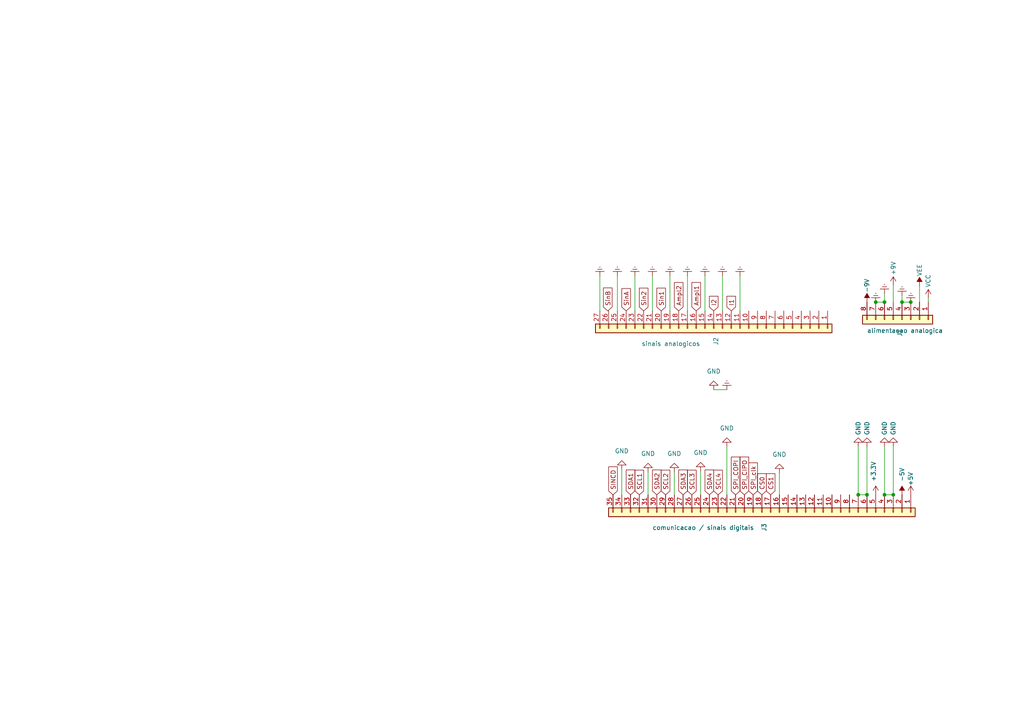
<source format=kicad_sch>
(kicad_sch (version 20230121) (generator eeschema)
  (paper "A4")
  (title_block (title "Fonte de tensao LM675") (date "2023-08-14") (rev "v02") (company "EITduino") (comment 1 "Autor: Gustavo Pinheiro") (comment 2 "Barramento proposto para uma placa 90x100 mm") (comment 3 "Placa face simples") (comment 4 "Pinos AGND e DGND") (comment 5 "capacitor 100nF ceramico") (comment 6 "capacitores uF tantalo"))
  (lib_symbols
    (symbol "Connector_Generic:Conn_01x08" (pin_names (offset 1.016) hide)
      (property "Reference" "J" (at 0 10.16 0))
      (property "Value" "Conn_01x08" (at 0 -12.7 0))
      (symbol "Conn_01x08_1_1"
        (rectangle (start -1.27 -10.033) (end 0 -10.287) (stroke (width 0.1524)))
        (rectangle (start -1.27 -7.493) (end 0 -7.747) (stroke (width 0.1524)))
        (rectangle (start -1.27 -4.953) (end 0 -5.207) (stroke (width 0.1524)))
        (rectangle (start -1.27 -2.413) (end 0 -2.667) (stroke (width 0.1524)))
        (rectangle (start -1.27 0.127) (end 0 -0.127) (stroke (width 0.1524)))
        (rectangle (start -1.27 2.667) (end 0 2.413) (stroke (width 0.1524)))
        (rectangle (start -1.27 5.207) (end 0 4.953) (stroke (width 0.1524)))
        (rectangle (start -1.27 7.747) (end 0 7.493) (stroke (width 0.1524)))
        (rectangle (start -1.27 8.89) (end 1.27 -11.43) (stroke (width 0.254)) (fill (type background)))
        (pin passive line (at -5.08 7.62 0) (length 3.81) (name "Pin_1") (number "1"))
        (pin passive line (at -5.08 5.08 0) (length 3.81) (name "Pin_2") (number "2"))
        (pin passive line (at -5.08 2.54 0) (length 3.81) (name "Pin_3") (number "3"))
        (pin passive line (at -5.08 0 0) (length 3.81) (name "Pin_4") (number "4"))
        (pin passive line (at -5.08 -2.54 0) (length 3.81) (name "Pin_5") (number "5"))
        (pin passive line (at -5.08 -5.08 0) (length 3.81) (name "Pin_6") (number "6"))
        (pin passive line (at -5.08 -7.62 0) (length 3.81) (name "Pin_7") (number "7"))
        (pin passive line (at -5.08 -10.16 0) (length 3.81) (name "Pin_8") (number "8"))
      )
    )
    (symbol "Connector_Generic:Conn_01x27" (pin_names (offset 1.016) hide)
      (property "Reference" "J" (at 0 35.56 0))
      (property "Value" "Conn_01x27" (at 0 -35.56 0))
      (symbol "Conn_01x27_1_1"
        (rectangle (start -1.27 -32.893) (end 0 -33.147) (stroke (width 0.1524)))
        (rectangle (start -1.27 -30.353) (end 0 -30.607) (stroke (width 0.1524)))
        (rectangle (start -1.27 -27.813) (end 0 -28.067) (stroke (width 0.1524)))
        (rectangle (start -1.27 -25.273) (end 0 -25.527) (stroke (width 0.1524)))
        (rectangle (start -1.27 -22.733) (end 0 -22.987) (stroke (width 0.1524)))
        (rectangle (start -1.27 -20.193) (end 0 -20.447) (stroke (width 0.1524)))
        (rectangle (start -1.27 -17.653) (end 0 -17.907) (stroke (width 0.1524)))
        (rectangle (start -1.27 -15.113) (end 0 -15.367) (stroke (width 0.1524)))
        (rectangle (start -1.27 -12.573) (end 0 -12.827) (stroke (width 0.1524)))
        (rectangle (start -1.27 -10.033) (end 0 -10.287) (stroke (width 0.1524)))
        (rectangle (start -1.27 -7.493) (end 0 -7.747) (stroke (width 0.1524)))
        (rectangle (start -1.27 -4.953) (end 0 -5.207) (stroke (width 0.1524)))
        (rectangle (start -1.27 -2.413) (end 0 -2.667) (stroke (width 0.1524)))
        (rectangle (start -1.27 0.127) (end 0 -0.127) (stroke (width 0.1524)))
        (rectangle (start -1.27 2.667) (end 0 2.413) (stroke (width 0.1524)))
        (rectangle (start -1.27 5.207) (end 0 4.953) (stroke (width 0.1524)))
        (rectangle (start -1.27 7.747) (end 0 7.493) (stroke (width 0.1524)))
        (rectangle (start -1.27 10.287) (end 0 10.033) (stroke (width 0.1524)))
        (rectangle (start -1.27 12.827) (end 0 12.573) (stroke (width 0.1524)))
        (rectangle (start -1.27 15.367) (end 0 15.113) (stroke (width 0.1524)))
        (rectangle (start -1.27 17.907) (end 0 17.653) (stroke (width 0.1524)))
        (rectangle (start -1.27 20.447) (end 0 20.193) (stroke (width 0.1524)))
        (rectangle (start -1.27 22.987) (end 0 22.733) (stroke (width 0.1524)))
        (rectangle (start -1.27 25.527) (end 0 25.273) (stroke (width 0.1524)))
        (rectangle (start -1.27 28.067) (end 0 27.813) (stroke (width 0.1524)))
        (rectangle (start -1.27 30.607) (end 0 30.353) (stroke (width 0.1524)))
        (rectangle (start -1.27 33.147) (end 0 32.893) (stroke (width 0.1524)))
        (rectangle (start -1.27 34.29) (end 1.27 -34.29) (stroke (width 0.254)) (fill (type background)))
        (pin passive line (at -5.08 33.02 0) (length 3.81) (name "Pin_1") (number "1"))
        (pin passive line (at -5.08 10.16 0) (length 3.81) (name "Pin_10") (number "10"))
        (pin passive line (at -5.08 7.62 0) (length 3.81) (name "Pin_11") (number "11"))
        (pin passive line (at -5.08 5.08 0) (length 3.81) (name "Pin_12") (number "12"))
        (pin passive line (at -5.08 2.54 0) (length 3.81) (name "Pin_13") (number "13"))
        (pin passive line (at -5.08 0 0) (length 3.81) (name "Pin_14") (number "14"))
        (pin passive line (at -5.08 -2.54 0) (length 3.81) (name "Pin_15") (number "15"))
        (pin passive line (at -5.08 -5.08 0) (length 3.81) (name "Pin_16") (number "16"))
        (pin passive line (at -5.08 -7.62 0) (length 3.81) (name "Pin_17") (number "17"))
        (pin passive line (at -5.08 -10.16 0) (length 3.81) (name "Pin_18") (number "18"))
        (pin passive line (at -5.08 -12.7 0) (length 3.81) (name "Pin_19") (number "19"))
        (pin passive line (at -5.08 30.48 0) (length 3.81) (name "Pin_2") (number "2"))
        (pin passive line (at -5.08 -15.24 0) (length 3.81) (name "Pin_20") (number "20"))
        (pin passive line (at -5.08 -17.78 0) (length 3.81) (name "Pin_21") (number "21"))
        (pin passive line (at -5.08 -20.32 0) (length 3.81) (name "Pin_22") (number "22"))
        (pin passive line (at -5.08 -22.86 0) (length 3.81) (name "Pin_23") (number "23"))
        (pin passive line (at -5.08 -25.4 0) (length 3.81) (name "Pin_24") (number "24"))
        (pin passive line (at -5.08 -27.94 0) (length 3.81) (name "Pin_25") (number "25"))
        (pin passive line (at -5.08 -30.48 0) (length 3.81) (name "Pin_26") (number "26"))
        (pin passive line (at -5.08 -33.02 0) (length 3.81) (name "Pin_27") (number "27"))
        (pin passive line (at -5.08 27.94 0) (length 3.81) (name "Pin_3") (number "3"))
        (pin passive line (at -5.08 25.4 0) (length 3.81) (name "Pin_4") (number "4"))
        (pin passive line (at -5.08 22.86 0) (length 3.81) (name "Pin_5") (number "5"))
        (pin passive line (at -5.08 20.32 0) (length 3.81) (name "Pin_6") (number "6"))
        (pin passive line (at -5.08 17.78 0) (length 3.81) (name "Pin_7") (number "7"))
        (pin passive line (at -5.08 15.24 0) (length 3.81) (name "Pin_8") (number "8"))
        (pin passive line (at -5.08 12.7 0) (length 3.81) (name "Pin_9") (number "9"))
      )
    )
    (symbol "Connector_Generic:Conn_01x35" (pin_names (offset 1.016) hide)
      (property "Reference" "J" (at 0 45.72 0))
      (property "Value" "Conn_01x35" (at 0 -45.72 0))
      (symbol "Conn_01x35_1_1"
        (rectangle (start -1.27 -43.053) (end 0 -43.307) (stroke (width 0.1524)))
        (rectangle (start -1.27 -40.513) (end 0 -40.767) (stroke (width 0.1524)))
        (rectangle (start -1.27 -37.973) (end 0 -38.227) (stroke (width 0.1524)))
        (rectangle (start -1.27 -35.433) (end 0 -35.687) (stroke (width 0.1524)))
        (rectangle (start -1.27 -32.893) (end 0 -33.147) (stroke (width 0.1524)))
        (rectangle (start -1.27 -30.353) (end 0 -30.607) (stroke (width 0.1524)))
        (rectangle (start -1.27 -27.813) (end 0 -28.067) (stroke (width 0.1524)))
        (rectangle (start -1.27 -25.273) (end 0 -25.527) (stroke (width 0.1524)))
        (rectangle (start -1.27 -22.733) (end 0 -22.987) (stroke (width 0.1524)))
        (rectangle (start -1.27 -20.193) (end 0 -20.447) (stroke (width 0.1524)))
        (rectangle (start -1.27 -17.653) (end 0 -17.907) (stroke (width 0.1524)))
        (rectangle (start -1.27 -15.113) (end 0 -15.367) (stroke (width 0.1524)))
        (rectangle (start -1.27 -12.573) (end 0 -12.827) (stroke (width 0.1524)))
        (rectangle (start -1.27 -10.033) (end 0 -10.287) (stroke (width 0.1524)))
        (rectangle (start -1.27 -7.493) (end 0 -7.747) (stroke (width 0.1524)))
        (rectangle (start -1.27 -4.953) (end 0 -5.207) (stroke (width 0.1524)))
        (rectangle (start -1.27 -2.413) (end 0 -2.667) (stroke (width 0.1524)))
        (rectangle (start -1.27 0.127) (end 0 -0.127) (stroke (width 0.1524)))
        (rectangle (start -1.27 2.667) (end 0 2.413) (stroke (width 0.1524)))
        (rectangle (start -1.27 5.207) (end 0 4.953) (stroke (width 0.1524)))
        (rectangle (start -1.27 7.747) (end 0 7.493) (stroke (width 0.1524)))
        (rectangle (start -1.27 10.287) (end 0 10.033) (stroke (width 0.1524)))
        (rectangle (start -1.27 12.827) (end 0 12.573) (stroke (width 0.1524)))
        (rectangle (start -1.27 15.367) (end 0 15.113) (stroke (width 0.1524)))
        (rectangle (start -1.27 17.907) (end 0 17.653) (stroke (width 0.1524)))
        (rectangle (start -1.27 20.447) (end 0 20.193) (stroke (width 0.1524)))
        (rectangle (start -1.27 22.987) (end 0 22.733) (stroke (width 0.1524)))
        (rectangle (start -1.27 25.527) (end 0 25.273) (stroke (width 0.1524)))
        (rectangle (start -1.27 28.067) (end 0 27.813) (stroke (width 0.1524)))
        (rectangle (start -1.27 30.607) (end 0 30.353) (stroke (width 0.1524)))
        (rectangle (start -1.27 33.147) (end 0 32.893) (stroke (width 0.1524)))
        (rectangle (start -1.27 35.687) (end 0 35.433) (stroke (width 0.1524)))
        (rectangle (start -1.27 38.227) (end 0 37.973) (stroke (width 0.1524)))
        (rectangle (start -1.27 40.767) (end 0 40.513) (stroke (width 0.1524)))
        (rectangle (start -1.27 43.307) (end 0 43.053) (stroke (width 0.1524)))
        (rectangle (start -1.27 44.45) (end 1.27 -44.45) (stroke (width 0.254)) (fill (type background)))
        (pin passive line (at -5.08 43.18 0) (length 3.81) (name "Pin_1") (number "1"))
        (pin passive line (at -5.08 20.32 0) (length 3.81) (name "Pin_10") (number "10"))
        (pin passive line (at -5.08 17.78 0) (length 3.81) (name "Pin_11") (number "11"))
        (pin passive line (at -5.08 15.24 0) (length 3.81) (name "Pin_12") (number "12"))
        (pin passive line (at -5.08 12.7 0) (length 3.81) (name "Pin_13") (number "13"))
        (pin passive line (at -5.08 10.16 0) (length 3.81) (name "Pin_14") (number "14"))
        (pin passive line (at -5.08 7.62 0) (length 3.81) (name "Pin_15") (number "15"))
        (pin passive line (at -5.08 5.08 0) (length 3.81) (name "Pin_16") (number "16"))
        (pin passive line (at -5.08 2.54 0) (length 3.81) (name "Pin_17") (number "17"))
        (pin passive line (at -5.08 0 0) (length 3.81) (name "Pin_18") (number "18"))
        (pin passive line (at -5.08 -2.54 0) (length 3.81) (name "Pin_19") (number "19"))
        (pin passive line (at -5.08 40.64 0) (length 3.81) (name "Pin_2") (number "2"))
        (pin passive line (at -5.08 -5.08 0) (length 3.81) (name "Pin_20") (number "20"))
        (pin passive line (at -5.08 -7.62 0) (length 3.81) (name "Pin_21") (number "21"))
        (pin passive line (at -5.08 -10.16 0) (length 3.81) (name "Pin_22") (number "22"))
        (pin passive line (at -5.08 -12.7 0) (length 3.81) (name "Pin_23") (number "23"))
        (pin passive line (at -5.08 -15.24 0) (length 3.81) (name "Pin_24") (number "24"))
        (pin passive line (at -5.08 -17.78 0) (length 3.81) (name "Pin_25") (number "25"))
        (pin passive line (at -5.08 -20.32 0) (length 3.81) (name "Pin_26") (number "26"))
        (pin passive line (at -5.08 -22.86 0) (length 3.81) (name "Pin_27") (number "27"))
        (pin passive line (at -5.08 -25.4 0) (length 3.81) (name "Pin_28") (number "28"))
        (pin passive line (at -5.08 -27.94 0) (length 3.81) (name "Pin_29") (number "29"))
        (pin passive line (at -5.08 38.1 0) (length 3.81) (name "Pin_3") (number "3"))
        (pin passive line (at -5.08 -30.48 0) (length 3.81) (name "Pin_30") (number "30"))
        (pin passive line (at -5.08 -33.02 0) (length 3.81) (name "Pin_31") (number "31"))
        (pin passive line (at -5.08 -35.56 0) (length 3.81) (name "Pin_32") (number "32"))
        (pin passive line (at -5.08 -38.1 0) (length 3.81) (name "Pin_33") (number "33"))
        (pin passive line (at -5.08 -40.64 0) (length 3.81) (name "Pin_34") (number "34"))
        (pin passive line (at -5.08 -43.18 0) (length 3.81) (name "Pin_35") (number "35"))
        (pin passive line (at -5.08 35.56 0) (length 3.81) (name "Pin_4") (number "4"))
        (pin passive line (at -5.08 33.02 0) (length 3.81) (name "Pin_5") (number "5"))
        (pin passive line (at -5.08 30.48 0) (length 3.81) (name "Pin_6") (number "6"))
        (pin passive line (at -5.08 27.94 0) (length 3.81) (name "Pin_7") (number "7"))
        (pin passive line (at -5.08 25.4 0) (length 3.81) (name "Pin_8") (number "8"))
        (pin passive line (at -5.08 22.86 0) (length 3.81) (name "Pin_9") (number "9"))
      )
    )
    (symbol "power:+3.3V" (power) (pin_names (offset 0))
      (property "Value" "+3.3V" (at 0 3.556 0))
      (symbol "+3.3V_0_1"
        (polyline (pts (xy -0.762 1.27) (xy 0 2.54)))
        (polyline (pts (xy 0 0) (xy 0 2.54)))
        (polyline (pts (xy 0 2.54) (xy 0.762 1.27)))
      )
      (symbol "+3.3V_1_1"
        (pin power_in line (at 0 0 90) (length 0) hide (name "+3.3V") (number "1"))
      )
    )
    (symbol "power:+5V" (power) (pin_names (offset 0))
      (property "Value" "+5V" (at 0 3.556 0))
      (symbol "+5V_0_1"
        (polyline (pts (xy -0.762 1.27) (xy 0 2.54)))
        (polyline (pts (xy 0 0) (xy 0 2.54)))
        (polyline (pts (xy 0 2.54) (xy 0.762 1.27)))
      )
      (symbol "+5V_1_1"
        (pin power_in line (at 0 0 90) (length 0) hide (name "+5V") (number "1"))
      )
    )
    (symbol "power:+9V" (power) (pin_names (offset 0))
      (property "Value" "+9V" (at 0 3.556 0))
      (symbol "+9V_0_1"
        (polyline (pts (xy -0.762 1.27) (xy 0 2.54)))
        (polyline (pts (xy 0 0) (xy 0 2.54)))
        (polyline (pts (xy 0 2.54) (xy 0.762 1.27)))
      )
      (symbol "+9V_1_1"
        (pin power_in line (at 0 0 90) (length 0) hide (name "+9V") (number "1"))
      )
    )
    (symbol "power:-5V" (power) (pin_names (offset 0))
      (property "Value" "-5V" (at 0 3.81 0))
      (symbol "-5V_0_0"
        (pin power_in line (at 0 0 90) (length 0) hide (name "-5V") (number "1"))
      )
      (symbol "-5V_0_1"
        (polyline (pts (xy 0 0) (xy 0 1.27) (xy 0.762 1.27) (xy 0 2.54) (xy -0.762 1.27) (xy 0 1.27)) (fill (type outline)))
      )
    )
    (symbol "power:-9V" (power) (pin_names (offset 0))
      (property "Value" "-9V" (at 0 3.81 0))
      (symbol "-9V_0_1"
        (polyline (pts (xy 0 0) (xy 0 2.54)))
        (polyline (pts (xy 0.762 1.27) (xy -0.762 1.27) (xy 0 2.54) (xy 0.762 1.27)) (fill (type outline)))
      )
      (symbol "-9V_1_1"
        (pin power_in line (at 0 0 90) (length 0) hide (name "-9V") (number "1"))
      )
    )
    (symbol "power:Earth" (power) (pin_names (offset 0))
      (symbol "Earth_0_1"
        (polyline (pts (xy -0.635 -1.905) (xy 0.635 -1.905)))
        (polyline (pts (xy -0.127 -2.54) (xy 0.127 -2.54)))
        (polyline (pts (xy 0 -1.27) (xy 0 0)))
        (polyline (pts (xy 1.27 -1.27) (xy -1.27 -1.27)))
      )
      (symbol "Earth_1_1"
        (pin power_in line (at 0 0 270) (length 0) hide (name "Earth") (number "1"))
      )
    )
    (symbol "power:GND" (power) (pin_names (offset 0))
      (property "Value" "GND" (at 0 -3.81 0))
      (symbol "GND_0_1"
        (polyline (pts (xy 0 0) (xy 0 -1.27) (xy 1.27 -1.27) (xy 0 -2.54) (xy -1.27 -1.27) (xy 0 -1.27)))
      )
      (symbol "GND_1_1"
        (pin power_in line (at 0 0 270) (length 0) hide (name "GND") (number "1"))
      )
    )
    (symbol "power:VCC" (power) (pin_names (offset 0))
      (property "Value" "VCC" (at 0 3.81 0))
      (symbol "VCC_0_1"
        (polyline (pts (xy -0.762 1.27) (xy 0 2.54)))
        (polyline (pts (xy 0 0) (xy 0 2.54)))
        (polyline (pts (xy 0 2.54) (xy 0.762 1.27)))
      )
      (symbol "VCC_1_1"
        (pin power_in line (at 0 0 90) (length 0) hide (name "VCC") (number "1"))
      )
    )
    (symbol "power:VEE" (power) (pin_names (offset 0))
      (property "Value" "VEE" (at 0 3.81 0))
      (symbol "VEE_0_1"
        (polyline (pts (xy 0 0) (xy 0 2.54)))
        (polyline (pts (xy 0.762 1.27) (xy -0.762 1.27) (xy 0 2.54) (xy 0.762 1.27)) (fill (type outline)))
      )
      (symbol "VEE_1_1"
        (pin power_in line (at 0 0 90) (length 0) hide (name "VEE") (number "1"))
      )
    )
  )
  (junction (at 256.54 87.63))
  (junction (at 254 87.63))
  (junction (at 264.16 87.63))
  (junction (at 248.92 143.51))
  (junction (at 256.54 143.51))
  (junction (at 259.08 143.51))
  (junction (at 251.46 143.51))
  (junction (at 261.62 87.63))
  (wire (pts (xy 254 87.63) (xy 256.54 87.63)))
  (wire (pts (xy 173.99 80.01) (xy 173.99 90.17)))
  (wire (pts (xy 207.01 113.03) (xy 210.82 113.03)))
  (wire (pts (xy 259.08 82.804) (xy 259.08 87.63)))
  (wire (pts (xy 184.15 80.01) (xy 184.15 90.17)))
  (wire (pts (xy 248.92 129.54) (xy 248.92 143.51)))
  (wire (pts (xy 187.96 136.906) (xy 187.96 143.51)))
  (wire (pts (xy 251.46 129.54) (xy 251.46 143.51)))
  (wire (pts (xy 261.6183 86.95) (xy 261.62 86.95)))
  (wire (pts (xy 179.07 80.01) (xy 179.07 90.17)))
  (wire (pts (xy 209.55 80.01) (xy 209.55 90.17)))
  (wire (pts (xy 261.6183 85.7386) (xy 261.6183 86.95)))
  (wire (pts (xy 256.54 85.09) (xy 256.54 87.63)))
  (wire (pts (xy 226.06 137.16) (xy 226.06 143.51)))
  (wire (pts (xy 214.63 80.01) (xy 214.63 90.17)))
  (wire (pts (xy 266.7002 82.9469) (xy 266.7002 87.63)))
  (wire (pts (xy 266.7002 87.63) (xy 266.7 87.63)))
  (wire (pts (xy 256.54 143.51) (xy 259.08 143.51)))
  (wire (pts (xy 261.62 86.95) (xy 261.62 87.63)))
  (wire (pts (xy 194.31 80.01) (xy 194.31 90.17)))
  (wire (pts (xy 256.54 129.54) (xy 256.54 143.51)))
  (wire (pts (xy 195.58 136.906) (xy 195.58 143.51)))
  (wire (pts (xy 269.2412 86.523) (xy 269.2412 87.63)))
  (wire (pts (xy 259.08 129.54) (xy 259.08 143.51)))
  (wire (pts (xy 269.24 87.63) (xy 269.2412 87.63)))
  (wire (pts (xy 248.92 143.51) (xy 251.46 143.51)))
  (wire (pts (xy 176.53 90.17) (xy 176.276 90.17)))
  (wire (pts (xy 261.62 87.63) (xy 264.16 87.63)))
  (wire (pts (xy 180.34 136.144) (xy 180.34 143.51)))
  (wire (pts (xy 199.39 80.01) (xy 199.39 90.17)))
  (wire (pts (xy 203.2 136.652) (xy 203.2 143.51)))
  (wire (pts (xy 189.23 80.01) (xy 189.23 90.17)))
  (wire (pts (xy 210.82 129.54) (xy 210.82 143.51)))
  (wire (pts (xy 204.47 80.01) (xy 204.47 90.17)))
  (global_label "SPI_clk" (shape input) (at 218.44 143.51 90) (property "Intersheetrefs" "${INTERSHEET_REFS}" (effects hide)))
  (global_label "I1" (shape input) (at 212.09 90.17 90) (property "Intersheetrefs" "${INTERSHEET_REFS}" (effects hide)))
  (global_label "SDA3" (shape input) (at 198.12 143.51 90) (property "Intersheetrefs" "${INTERSHEET_REFS}" (effects hide)))
  (global_label "CS1" (shape input) (at 223.52 143.51 90) (property "Intersheetrefs" "${INTERSHEET_REFS}" (effects hide)))
  (global_label "SDA2" (shape input) (at 190.5 143.51 90) (property "Intersheetrefs" "${INTERSHEET_REFS}" (effects hide)))
  (global_label "Ampl1" (shape input) (at 201.93 90.17 90) (property "Intersheetrefs" "${INTERSHEET_REFS}" (effects hide)))
  (global_label "SDA1" (shape input) (at 182.88 143.51 90) (property "Intersheetrefs" "${INTERSHEET_REFS}" (effects hide)))
  (global_label "Ampl2" (shape input) (at 196.85 90.17 90) (property "Intersheetrefs" "${INTERSHEET_REFS}" (effects hide)))
  (global_label "SCL2" (shape input) (at 193.04 143.51 90) (property "Intersheetrefs" "${INTERSHEET_REFS}" (effects hide)))
  (global_label "SCL3" (shape input) (at 200.66 143.51 90) (property "Intersheetrefs" "${INTERSHEET_REFS}" (effects hide)))
  (global_label "Sin2" (shape input) (at 186.69 90.17 90) (property "Intersheetrefs" "${INTERSHEET_REFS}" (effects hide)))
  (global_label "SCL4" (shape input) (at 208.28 143.51 90) (property "Intersheetrefs" "${INTERSHEET_REFS}" (effects hide)))
  (global_label "SPI_CIPO" (shape input) (at 215.9 143.51 90) (property "Intersheetrefs" "${INTERSHEET_REFS}" (effects hide)))
  (global_label "SinA" (shape input) (at 181.61 90.17 90) (property "Intersheetrefs" "${INTERSHEET_REFS}" (effects hide)))
  (global_label "SINCD" (shape input) (at 177.8 143.51 90) (property "Intersheetrefs" "${INTERSHEET_REFS}" (effects hide)))
  (global_label "I2" (shape input) (at 207.01 90.17 90) (property "Intersheetrefs" "${INTERSHEET_REFS}" (effects hide)))
  (global_label "CS0" (shape input) (at 220.98 143.51 90) (property "Intersheetrefs" "${INTERSHEET_REFS}" (effects hide)))
  (global_label "SinB" (shape input) (at 176.276 90.17 90) (property "Intersheetrefs" "${INTERSHEET_REFS}" (effects hide)))
  (global_label "Sin1" (shape input) (at 191.77 90.17 90) (property "Intersheetrefs" "${INTERSHEET_REFS}" (effects hide)))
  (global_label "SCL1" (shape input) (at 185.42 143.51 90) (property "Intersheetrefs" "${INTERSHEET_REFS}" (effects hide)))
  (global_label "SPI_COPI" (shape input) (at 213.36 143.51 90) (property "Intersheetrefs" "${INTERSHEET_REFS}" (effects hide)))
  (global_label "SDA4" (shape input) (at 205.74 143.51 90) (property "Intersheetrefs" "${INTERSHEET_REFS}" (effects hide)))
  (symbol (lib_id "power:GND") (at 259.08 129.54 180) (unit 1)
    (property "Reference" "#PWR015" (effects hide))
    (property "Value" "GND" (at 259.08 124.206 90))
  )
  (symbol (lib_id "power:Earth") (at 194.31 80.01 180) (unit 1)
    (property "Reference" "#PWR07" (effects hide))
    (property "Value" "Earth" (effects hide))
  )
  (symbol (lib_id "power:Earth") (at 209.55 80.01 180) (unit 1)
    (property "Reference" "#PWR027" (effects hide))
    (property "Value" "Earth" (effects hide))
  )
  (symbol (lib_id "power:+3.3V") (at 254 143.51 0) (unit 1)
    (property "Reference" "#PWR0130" (effects hide))
    (property "Value" "+3.3V" (at 253.365 139.7 90) (effects (justify left)))
  )
  (symbol (lib_id "power:GND") (at 203.2 136.652 180) (unit 1)
    (property "Reference" "#PWR012" (effects hide))
    (property "Value" "GND" (at 203.2 131.318 0))
  )
  (symbol (lib_id "Connector_Generic:Conn_01x27") (at 207.01 95.25 270) (unit 1)
    (property "Reference" "J2" (at 207.645 97.79 0) (effects (justify left)))
    (property "Value" "sinais analogicos" (at 186.055 99.695 90) (effects (justify left)))
    (property "Footprint" "Connector_PinHeader_2.54mm:PinHeader_1x27_P2.54mm_Vertical" (effects hide))
  )
  (symbol (lib_id "power:VEE") (at 266.7002 82.9469 0) (unit 1)
    (property "Reference" "#PWR0123" (effects hide))
    (property "Value" "VEE" (at 266.6964 78.3365 90))
  )
  (symbol (lib_id "Connector_Generic:Conn_01x08") (at 261.62 92.71 270) (unit 1)
    (property "Reference" "J1" (at 260.985 95.25 0) (effects (justify left)))
    (property "Value" "alimentacao analogica" (at 251.46 95.885 90) (effects (justify left)))
    (property "Footprint" "Connector_PinHeader_2.54mm:PinHeader_1x08_P2.54mm_Vertical" (effects hide))
  )
  (symbol (lib_id "power:Earth") (at 179.07 80.01 180) (unit 1)
    (property "Reference" "#PWR06" (effects hide))
    (property "Value" "Earth" (effects hide))
  )
  (symbol (lib_id "power:Earth") (at 199.39 80.01 180) (unit 1)
    (property "Reference" "#PWR02" (effects hide))
    (property "Value" "Earth" (effects hide))
  )
  (symbol (lib_id "power:GND") (at 207.01 113.03 180) (unit 1)
    (property "Reference" "#PWR017" (effects hide))
    (property "Value" "GND" (at 207.01 107.696 0))
  )
  (symbol (lib_id "power:GND") (at 195.58 136.906 180) (unit 1)
    (property "Reference" "#PWR011" (effects hide))
    (property "Value" "GND" (at 195.58 131.572 0))
  )
  (symbol (lib_id "power:Earth") (at 173.99 80.01 180) (unit 1)
    (property "Reference" "#PWR026" (effects hide))
    (property "Value" "Earth" (effects hide))
  )
  (symbol (lib_id "power:GND") (at 187.96 136.906 180) (unit 1)
    (property "Reference" "#PWR010" (effects hide))
    (property "Value" "GND" (at 187.96 131.572 0))
  )
  (symbol (lib_id "power:-5V") (at 261.62 143.51 0) (unit 1)
    (property "Reference" "#PWR0128" (effects hide))
    (property "Value" "-5V" (at 261.62 139.7 90) (effects (justify left)))
  )
  (symbol (lib_id "power:GND") (at 210.82 129.54 180) (unit 1)
    (property "Reference" "#PWR014" (effects hide))
    (property "Value" "GND" (at 210.82 124.206 0))
  )
  (symbol (lib_id "power:-9V") (at 251.46 87.63 0) (unit 1)
    (property "Reference" "#PWR0127" (effects hide))
    (property "Value" "-9V" (at 251.4262 84.8847 90) (effects (justify left)))
  )
  (symbol (lib_id "power:Earth") (at 264.16 87.63 180) (unit 1)
    (property "Reference" "#PWR0125" (effects hide))
    (property "Value" "Earth" (effects hide))
  )
  (symbol (lib_id "power:Earth") (at 254 87.63 180) (unit 1)
    (property "Reference" "#PWR023" (effects hide))
    (property "Value" "Earth" (effects hide))
  )
  (symbol (lib_id "power:+5V") (at 264.16 143.51 0) (unit 1)
    (property "Reference" "#PWR0129" (effects hide))
    (property "Value" "+5V" (at 264.1059 140.9615 90) (effects (justify left)))
  )
  (symbol (lib_id "power:Earth") (at 184.15 80.01 180) (unit 1)
    (property "Reference" "#PWR04" (effects hide))
    (property "Value" "Earth" (effects hide))
  )
  (symbol (lib_id "Connector_Generic:Conn_01x35") (at 220.98 148.59 270) (unit 1)
    (property "Reference" "J3" (at 221.615 151.765 0) (effects (justify left)))
    (property "Value" "comunicacao / sinais digitais" (at 189.23 153.035 90) (effects (justify left)))
    (property "Footprint" "Connector_PinHeader_2.54mm:PinHeader_1x35_P2.54mm_Vertical" (effects hide))
  )
  (symbol (lib_id "power:Earth") (at 256.54 85.09 180) (unit 1)
    (property "Reference" "#PWR024" (effects hide))
    (property "Value" "Earth" (effects hide))
  )
  (symbol (lib_id "power:GND") (at 248.92 129.54 180) (unit 1)
    (property "Reference" "#PWR01" (effects hide))
    (property "Value" "GND" (at 248.92 124.206 90))
  )
  (symbol (lib_id "power:Earth") (at 189.23 80.01 180) (unit 1)
    (property "Reference" "#PWR03" (effects hide))
    (property "Value" "Earth" (effects hide))
  )
  (symbol (lib_id "power:Earth") (at 261.6183 85.7386 180) (unit 1)
    (property "Reference" "#PWR025" (effects hide))
    (property "Value" "Earth" (effects hide))
  )
  (symbol (lib_id "power:GND") (at 256.54 129.54 180) (unit 1)
    (property "Reference" "#PWR013" (effects hide))
    (property "Value" "GND" (at 256.54 124.206 90))
  )
  (symbol (lib_id "power:VCC") (at 269.2412 86.523 0) (unit 1)
    (property "Reference" "#PWR0124" (effects hide))
    (property "Value" "VCC" (at 269.2149 81.4648 90))
  )
  (symbol (lib_id "power:+9V") (at 259.08 82.804 0) (unit 1)
    (property "Reference" "#PWR0131" (effects hide))
    (property "Value" "+9V" (at 259.1143 79.8476 90) (effects (justify left)))
  )
  (symbol (lib_id "power:Earth") (at 204.47 80.01 180) (unit 1)
    (property "Reference" "#PWR08" (effects hide))
    (property "Value" "Earth" (effects hide))
  )
  (symbol (lib_id "power:GND") (at 180.34 136.144 180) (unit 1)
    (property "Reference" "#PWR028" (effects hide))
    (property "Value" "GND" (at 180.34 130.81 0))
  )
  (symbol (lib_id "power:GND") (at 226.06 137.16 180) (unit 1)
    (property "Reference" "#PWR016" (effects hide))
    (property "Value" "GND" (at 226.06 131.826 0))
  )
  (symbol (lib_id "power:Earth") (at 210.82 113.03 180) (unit 1)
    (property "Reference" "#PWR052" (effects hide))
    (property "Value" "Earth" (effects hide))
  )
  (symbol (lib_id "power:GND") (at 251.46 129.54 180) (unit 1)
    (property "Reference" "#PWR05" (effects hide))
    (property "Value" "GND" (at 251.46 124.206 90))
  )
  (symbol (lib_id "power:Earth") (at 214.63 80.01 180) (unit 1)
    (property "Reference" "#PWR09" (effects hide))
    (property "Value" "Earth" (effects hide))
  )
)
</source>
